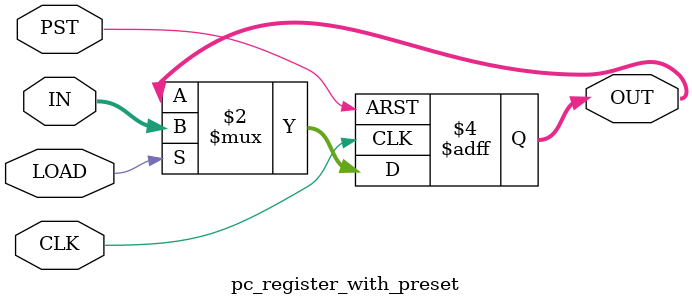
<source format=v>
module pc_register_with_preset (
  input wire[63:0] IN,
  output reg[63:0] OUT,
  input PST,
  input wire LOAD,
  input wire CLK
);

  always @(posedge CLK or posedge PST) begin
    if (PST)
      OUT <= {{62{1'b1}}, 2'b00}; // -4
    else if (LOAD)
      OUT <= IN;
  end

endmodule
</source>
